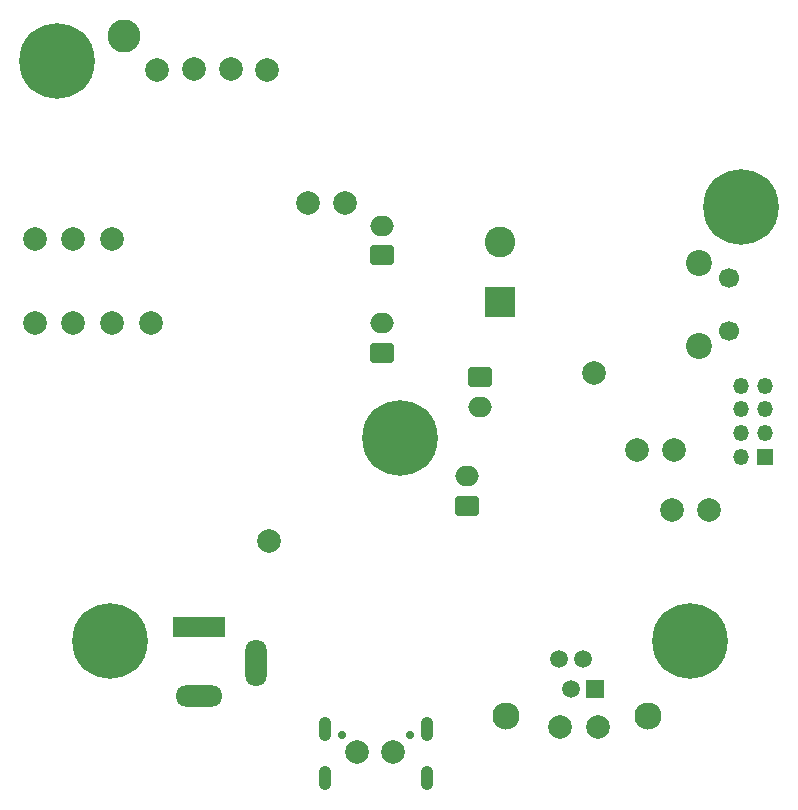
<source format=gbr>
%TF.GenerationSoftware,KiCad,Pcbnew,(5.99.0-10573-gc33b2cfa8d)*%
%TF.CreationDate,2021-05-19T14:35:48+02:00*%
%TF.ProjectId,sucker-one-mainboard,7375636b-6572-42d6-9f6e-652d6d61696e,rev?*%
%TF.SameCoordinates,Original*%
%TF.FileFunction,Soldermask,Bot*%
%TF.FilePolarity,Negative*%
%FSLAX46Y46*%
G04 Gerber Fmt 4.6, Leading zero omitted, Abs format (unit mm)*
G04 Created by KiCad (PCBNEW (5.99.0-10573-gc33b2cfa8d)) date 2021-05-19 14:35:48*
%MOMM*%
%LPD*%
G01*
G04 APERTURE LIST*
G04 Aperture macros list*
%AMRoundRect*
0 Rectangle with rounded corners*
0 $1 Rounding radius*
0 $2 $3 $4 $5 $6 $7 $8 $9 X,Y pos of 4 corners*
0 Add a 4 corners polygon primitive as box body*
4,1,4,$2,$3,$4,$5,$6,$7,$8,$9,$2,$3,0*
0 Add four circle primitives for the rounded corners*
1,1,$1+$1,$2,$3*
1,1,$1+$1,$4,$5*
1,1,$1+$1,$6,$7*
1,1,$1+$1,$8,$9*
0 Add four rect primitives between the rounded corners*
20,1,$1+$1,$2,$3,$4,$5,0*
20,1,$1+$1,$4,$5,$6,$7,0*
20,1,$1+$1,$6,$7,$8,$9,0*
20,1,$1+$1,$8,$9,$2,$3,0*%
G04 Aperture macros list end*
%ADD10R,1.350000X1.350000*%
%ADD11O,1.350000X1.350000*%
%ADD12C,6.400000*%
%ADD13C,0.800000*%
%ADD14RoundRect,0.250000X0.750000X-0.600000X0.750000X0.600000X-0.750000X0.600000X-0.750000X-0.600000X0*%
%ADD15O,2.000000X1.700000*%
%ADD16C,2.300000*%
%ADD17R,1.500000X1.500000*%
%ADD18C,1.500000*%
%ADD19C,0.700000*%
%ADD20O,1.050000X2.100000*%
%ADD21C,2.200000*%
%ADD22C,1.700000*%
%ADD23C,2.800000*%
%ADD24R,4.400000X1.800000*%
%ADD25O,4.000000X1.800000*%
%ADD26O,1.800000X4.000000*%
%ADD27RoundRect,0.250000X-0.750000X0.600000X-0.750000X-0.600000X0.750000X-0.600000X0.750000X0.600000X0*%
%ADD28R,2.600000X2.600000*%
%ADD29C,2.600000*%
%ADD30C,2.000000*%
G04 APERTURE END LIST*
D10*
%TO.C,J11*%
X130971800Y-128806200D03*
D11*
X128971800Y-128806200D03*
X130971800Y-126806200D03*
X128971800Y-126806200D03*
X130971800Y-124806200D03*
X128971800Y-124806200D03*
X130971800Y-122806200D03*
X128971800Y-122806200D03*
%TD*%
D12*
%TO.C,H1*%
X124663200Y-144424400D03*
D13*
X124663200Y-142024400D03*
X122263200Y-144424400D03*
X126360256Y-142727344D03*
X122966144Y-142727344D03*
X124663200Y-146824400D03*
X126360256Y-146121456D03*
X122966144Y-146121456D03*
X127063200Y-144424400D03*
%TD*%
D12*
%TO.C,H4*%
X75488800Y-144424400D03*
D13*
X77185856Y-146121456D03*
X73791744Y-146121456D03*
X75488800Y-146824400D03*
X73791744Y-142727344D03*
X73088800Y-144424400D03*
X77185856Y-142727344D03*
X77888800Y-144424400D03*
X75488800Y-142024400D03*
%TD*%
%TO.C,H3*%
X100076000Y-124854000D03*
D12*
X100076000Y-127254000D03*
D13*
X101773056Y-128951056D03*
X100076000Y-129654000D03*
X97676000Y-127254000D03*
X98378944Y-128951056D03*
X98378944Y-125556944D03*
X102476000Y-127254000D03*
X101773056Y-125556944D03*
%TD*%
D14*
%TO.C,J1*%
X98535000Y-111740000D03*
D15*
X98535000Y-109240000D03*
%TD*%
D16*
%TO.C,J3*%
X109062000Y-150741000D03*
X121062000Y-150741000D03*
D17*
X116592000Y-148441000D03*
D18*
X115572000Y-145901000D03*
X114552000Y-148441000D03*
X113532000Y-145901000D03*
%TD*%
D13*
%TO.C,H5*%
X69321344Y-93603744D03*
X71018400Y-92900800D03*
X69321344Y-96997856D03*
X68618400Y-95300800D03*
D12*
X71018400Y-95300800D03*
D13*
X72715456Y-93603744D03*
X71018400Y-97700800D03*
X73418400Y-95300800D03*
X72715456Y-96997856D03*
%TD*%
D19*
%TO.C,J12*%
X100934000Y-152390500D03*
X95154000Y-152390500D03*
D20*
X93724000Y-151860500D03*
X102364000Y-151860500D03*
X93724000Y-156040500D03*
X102364000Y-156040500D03*
%TD*%
D21*
%TO.C,SW1*%
X125403800Y-112425600D03*
X125403800Y-119425600D03*
D22*
X127903800Y-113675600D03*
X127903800Y-118175600D03*
%TD*%
D23*
%TO.C,TP19*%
X76708000Y-93192600D03*
%TD*%
D14*
%TO.C,J10*%
X105774000Y-132949000D03*
D15*
X105774000Y-130449000D03*
%TD*%
D12*
%TO.C,H2*%
X128981200Y-107645200D03*
D13*
X130678256Y-109342256D03*
X126581200Y-107645200D03*
X127284144Y-105948144D03*
X128981200Y-110045200D03*
X128981200Y-105245200D03*
X130678256Y-105948144D03*
X131381200Y-107645200D03*
X127284144Y-109342256D03*
%TD*%
D24*
%TO.C,J5*%
X83067600Y-143256000D03*
D25*
X83067600Y-149056000D03*
D26*
X87867600Y-146256000D03*
%TD*%
D14*
%TO.C,J2*%
X98535000Y-119995000D03*
D15*
X98535000Y-117495000D03*
%TD*%
D27*
%TO.C,J4*%
X106824000Y-122067000D03*
D15*
X106824000Y-124567000D03*
%TD*%
D28*
%TO.C,J6*%
X108509000Y-115702000D03*
D29*
X108509000Y-110622000D03*
%TD*%
D30*
%TO.C,TP13*%
X72428100Y-117500400D03*
%TD*%
%TO.C,TP1*%
X99517200Y-153822400D03*
%TD*%
%TO.C,TP15*%
X95377000Y-107365800D03*
%TD*%
%TO.C,TP2*%
X96418400Y-153822400D03*
%TD*%
%TO.C,TP7*%
X72428100Y-110337600D03*
%TD*%
%TO.C,TP10*%
X75717400Y-117500400D03*
%TD*%
%TO.C,TP14*%
X92303600Y-107365800D03*
%TD*%
%TO.C,TP18*%
X116535200Y-121691400D03*
%TD*%
%TO.C,TP16*%
X69138800Y-117500400D03*
%TD*%
%TO.C,TP22*%
X123063000Y-133299200D03*
%TD*%
%TO.C,TP31*%
X116814600Y-151663400D03*
%TD*%
%TO.C,TP23*%
X126212600Y-133299200D03*
%TD*%
%TO.C,TP11*%
X78994000Y-117500400D03*
%TD*%
%TO.C,TP26*%
X85750400Y-96012000D03*
%TD*%
%TO.C,TP25*%
X88849200Y-96037400D03*
%TD*%
%TO.C,TP28*%
X79502000Y-96037400D03*
%TD*%
%TO.C,TP5*%
X88950800Y-135940800D03*
%TD*%
%TO.C,TP12*%
X120167400Y-128219200D03*
%TD*%
%TO.C,TP20*%
X113614200Y-151688800D03*
%TD*%
%TO.C,TP4*%
X69138800Y-110337600D03*
%TD*%
%TO.C,TP9*%
X75717400Y-110337600D03*
%TD*%
%TO.C,TP27*%
X82626200Y-96012000D03*
%TD*%
%TO.C,TP24*%
X123266200Y-128219200D03*
%TD*%
M02*

</source>
